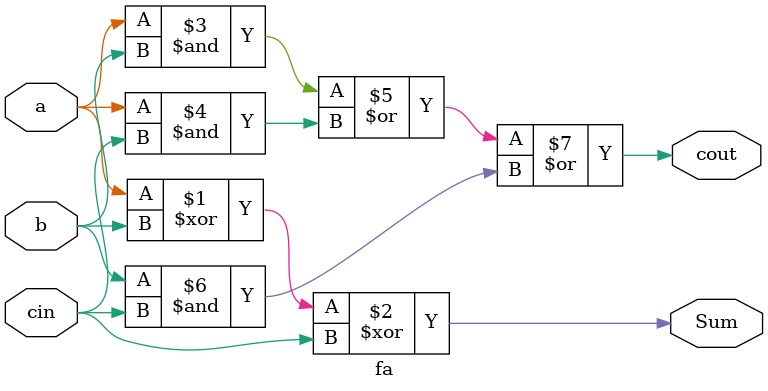
<source format=sv>
module fa (input logic a, b, cin, output logic Sum, cout);

    assign Sum = a ^ b ^ cin;
    assign cout = (a & b) | (a & cin) | (b & cin);

endmodule
</source>
